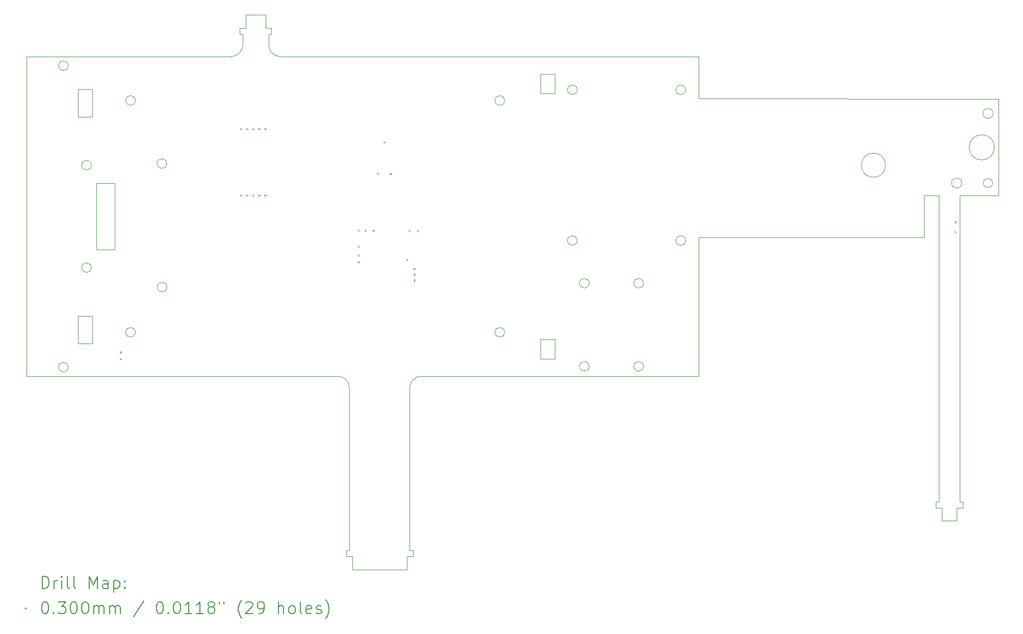
<source format=gbr>
%TF.GenerationSoftware,KiCad,Pcbnew,9.0.3*%
%TF.CreationDate,2025-09-09T23:24:03+03:00*%
%TF.ProjectId,Back,4261636b-2e6b-4696-9361-645f70636258,rev?*%
%TF.SameCoordinates,Original*%
%TF.FileFunction,Drillmap*%
%TF.FilePolarity,Positive*%
%FSLAX45Y45*%
G04 Gerber Fmt 4.5, Leading zero omitted, Abs format (unit mm)*
G04 Created by KiCad (PCBNEW 9.0.3) date 2025-09-09 23:24:03*
%MOMM*%
%LPD*%
G01*
G04 APERTURE LIST*
%ADD10C,0.050000*%
%ADD11C,0.010000*%
%ADD12C,0.200000*%
%ADD13C,0.100000*%
G04 APERTURE END LIST*
D10*
X20838000Y-7303000D02*
X20837000Y-7996000D01*
X17100000Y-5695000D02*
X22078000Y-5704000D01*
X22006586Y-6505000D02*
G75*
G02*
X21589414Y-6505000I-208586J0D01*
G01*
X21589414Y-6505000D02*
G75*
G02*
X22006586Y-6505000I208586J0D01*
G01*
X22077000Y-7304000D02*
X21434500Y-7304000D01*
X22078000Y-5704000D02*
X22077000Y-7304000D01*
X21083500Y-12381000D02*
X21083500Y-7303000D01*
X21465546Y-7097000D02*
G75*
G02*
X21298454Y-7097000I-83546J0D01*
G01*
X21298454Y-7097000D02*
G75*
G02*
X21465546Y-7097000I83546J0D01*
G01*
X21977000Y-7097000D02*
G75*
G02*
X21825000Y-7097000I-76000J0D01*
G01*
X21825000Y-7097000D02*
G75*
G02*
X21977000Y-7097000I76000J0D01*
G01*
X21434500Y-7304000D02*
X21434500Y-12381000D01*
X20838000Y-7303000D02*
X21083500Y-7303000D01*
X21985876Y-5942000D02*
G75*
G02*
X21816124Y-5942000I-84876J0D01*
G01*
X21816124Y-5942000D02*
G75*
G02*
X21985876Y-5942000I84876J0D01*
G01*
X20837000Y-7996000D02*
X17100000Y-7996000D01*
X17100000Y-5000000D02*
X17100000Y-5695000D01*
X9956000Y-4627000D02*
X9956000Y-4799026D01*
X6630000Y-10150000D02*
G75*
G02*
X6470000Y-10150000I-80000J0D01*
G01*
X6470000Y-10150000D02*
G75*
G02*
X6630000Y-10150000I80000J0D01*
G01*
X11300318Y-13188682D02*
X11300318Y-10499682D01*
X15280000Y-8758700D02*
G75*
G02*
X15120000Y-8758700I-80000J0D01*
G01*
X15120000Y-8758700D02*
G75*
G02*
X15280000Y-8758700I80000J0D01*
G01*
X7745000Y-9573000D02*
G75*
G02*
X7585000Y-9573000I-80000J0D01*
G01*
X7585000Y-9573000D02*
G75*
G02*
X7745000Y-9573000I80000J0D01*
G01*
X10155974Y-4999026D02*
G75*
G02*
X9956004Y-4799004I26J199996D01*
G01*
X15280000Y-10137500D02*
G75*
G02*
X15120000Y-10137500I-80000J0D01*
G01*
X15120000Y-10137500D02*
G75*
G02*
X15280000Y-10137500I80000J0D01*
G01*
X7014200Y-6800000D02*
G75*
G02*
X6854200Y-6800000I-80000J0D01*
G01*
X6854200Y-6800000D02*
G75*
G02*
X7014200Y-6800000I80000J0D01*
G01*
X9530000Y-4627000D02*
X9530000Y-4800000D01*
X14470000Y-9688000D02*
X14710000Y-9688000D01*
X14710000Y-10010000D01*
X14470000Y-10010000D01*
X14470000Y-9688000D01*
X16880000Y-5550000D02*
G75*
G02*
X16720000Y-5550000I-80000J0D01*
G01*
X16720000Y-5550000D02*
G75*
G02*
X16880000Y-5550000I80000J0D01*
G01*
X7014200Y-8500000D02*
G75*
G02*
X6854200Y-8500000I-80000J0D01*
G01*
X6854200Y-8500000D02*
G75*
G02*
X7014200Y-8500000I80000J0D01*
G01*
X5940000Y-5000000D02*
X9330000Y-5000000D01*
X12300000Y-13189000D02*
X12300000Y-10500000D01*
X7745000Y-5727000D02*
G75*
G02*
X7585000Y-5727000I-80000J0D01*
G01*
X7585000Y-5727000D02*
G75*
G02*
X7745000Y-5727000I80000J0D01*
G01*
X7100000Y-7100000D02*
X7400000Y-7100000D01*
X7400000Y-8200000D01*
X7100000Y-8200000D01*
X7100000Y-7100000D01*
X8267800Y-6773100D02*
G75*
G02*
X8107800Y-6773100I-80000J0D01*
G01*
X8107800Y-6773100D02*
G75*
G02*
X8267800Y-6773100I80000J0D01*
G01*
X13875000Y-5727000D02*
G75*
G02*
X13715000Y-5727000I-80000J0D01*
G01*
X13715000Y-5727000D02*
G75*
G02*
X13875000Y-5727000I80000J0D01*
G01*
X15080000Y-5550000D02*
G75*
G02*
X14920000Y-5550000I-80000J0D01*
G01*
X14920000Y-5550000D02*
G75*
G02*
X15080000Y-5550000I80000J0D01*
G01*
X16880000Y-8050000D02*
G75*
G02*
X16720000Y-8050000I-80000J0D01*
G01*
X16720000Y-8050000D02*
G75*
G02*
X16880000Y-8050000I80000J0D01*
G01*
X5940000Y-10300000D02*
X11100318Y-10300000D01*
X6630000Y-5150000D02*
G75*
G02*
X6470000Y-5150000I-80000J0D01*
G01*
X6470000Y-5150000D02*
G75*
G02*
X6630000Y-5150000I80000J0D01*
G01*
X15080000Y-8050000D02*
G75*
G02*
X14920000Y-8050000I-80000J0D01*
G01*
X14920000Y-8050000D02*
G75*
G02*
X15080000Y-8050000I80000J0D01*
G01*
X17100000Y-5000000D02*
X10156000Y-4999026D01*
X14470000Y-5292000D02*
X14710000Y-5292000D01*
X14710000Y-5612000D01*
X14470000Y-5612000D01*
X14470000Y-5292000D01*
X12499421Y-10300000D02*
X17100000Y-10300000D01*
X8267800Y-8823100D02*
G75*
G02*
X8107800Y-8823100I-80000J0D01*
G01*
X8107800Y-8823100D02*
G75*
G02*
X8267800Y-8823100I80000J0D01*
G01*
X11100318Y-10299682D02*
G75*
G02*
X11300318Y-10499682I2J-199998D01*
G01*
X6790000Y-5542000D02*
X7030000Y-5542000D01*
X7030000Y-6000000D01*
X6790000Y-6000000D01*
X6790000Y-5542000D01*
X16180000Y-10137500D02*
G75*
G02*
X16020000Y-10137500I-80000J0D01*
G01*
X16020000Y-10137500D02*
G75*
G02*
X16180000Y-10137500I80000J0D01*
G01*
X9530000Y-4800000D02*
G75*
G02*
X9330000Y-5000000I-200000J0D01*
G01*
X16180000Y-8758700D02*
G75*
G02*
X16020000Y-8758700I-80000J0D01*
G01*
X16020000Y-8758700D02*
G75*
G02*
X16180000Y-8758700I80000J0D01*
G01*
X5940000Y-5000000D02*
X5940000Y-10300000D01*
X12299421Y-10500000D02*
G75*
G02*
X12499421Y-10300001I199999J0D01*
G01*
X17100000Y-10300000D02*
X17100000Y-7996000D01*
X13875000Y-9573000D02*
G75*
G02*
X13715000Y-9573000I-80000J0D01*
G01*
X13715000Y-9573000D02*
G75*
G02*
X13875000Y-9573000I80000J0D01*
G01*
X6790000Y-9300000D02*
X7030000Y-9300000D01*
X7030000Y-9758000D01*
X6790000Y-9758000D01*
X6790000Y-9300000D01*
X21484500Y-12481000D02*
X21484500Y-12381000D01*
X21434500Y-12381000D02*
X21484500Y-12381000D01*
X21384500Y-12481000D02*
X21484500Y-12481000D01*
X21384000Y-12698000D02*
X21384000Y-12481000D01*
X21134000Y-12698000D02*
X21384000Y-12698000D01*
X21134000Y-12698000D02*
X21134000Y-12481000D01*
X21133500Y-12481000D02*
X21033500Y-12481000D01*
X21083500Y-12381000D02*
X21033500Y-12381000D01*
X21033500Y-12481000D02*
X21033500Y-12381000D01*
D11*
X20200000Y-6800000D02*
G75*
G02*
X19800000Y-6800000I-200000J0D01*
G01*
X19800000Y-6800000D02*
G75*
G02*
X20200000Y-6800000I200000J0D01*
G01*
D10*
X10006000Y-4527000D02*
X10006000Y-4627000D01*
X9956000Y-4627000D02*
X10006000Y-4627000D01*
X9906000Y-4527000D02*
X10006000Y-4527000D01*
X9905500Y-4310000D02*
X9905500Y-4527000D01*
X9905500Y-4310000D02*
X9580500Y-4310000D01*
X9580500Y-4310000D02*
X9580500Y-4527000D01*
X9580000Y-4527000D02*
X9480000Y-4527000D01*
X9530000Y-4627000D02*
X9480000Y-4627000D01*
X9480000Y-4527000D02*
X9480000Y-4627000D01*
X11246318Y-13288682D02*
X11246318Y-13188682D01*
X11300318Y-13188682D02*
X11246318Y-13188682D01*
X11346318Y-13288682D02*
X11246318Y-13288682D01*
X11346318Y-13505682D02*
X11346318Y-13288682D01*
X11346318Y-13505682D02*
X12254318Y-13505682D01*
X12254318Y-13288682D02*
X12354318Y-13288682D01*
X12254318Y-13505682D02*
X12254318Y-13288682D01*
X12300318Y-13188682D02*
X12354318Y-13188682D01*
X12354318Y-13288682D02*
X12354318Y-13188682D01*
D12*
D13*
X7485000Y-9887000D02*
X7515000Y-9917000D01*
X7515000Y-9887000D02*
X7485000Y-9917000D01*
X7485000Y-10003000D02*
X7515000Y-10033000D01*
X7515000Y-10003000D02*
X7485000Y-10033000D01*
X9485000Y-6185000D02*
X9515000Y-6215000D01*
X9515000Y-6185000D02*
X9485000Y-6215000D01*
X9485000Y-7285000D02*
X9515000Y-7315000D01*
X9515000Y-7285000D02*
X9485000Y-7315000D01*
X9585000Y-6185000D02*
X9615000Y-6215000D01*
X9615000Y-6185000D02*
X9585000Y-6215000D01*
X9585000Y-7285000D02*
X9615000Y-7315000D01*
X9615000Y-7285000D02*
X9585000Y-7315000D01*
X9685000Y-6185000D02*
X9715000Y-6215000D01*
X9715000Y-6185000D02*
X9685000Y-6215000D01*
X9685000Y-7285000D02*
X9715000Y-7315000D01*
X9715000Y-7285000D02*
X9685000Y-7315000D01*
X9785000Y-6185000D02*
X9815000Y-6215000D01*
X9815000Y-6185000D02*
X9785000Y-6215000D01*
X9785000Y-7285000D02*
X9815000Y-7315000D01*
X9815000Y-7285000D02*
X9785000Y-7315000D01*
X9885000Y-6185000D02*
X9915000Y-6215000D01*
X9915000Y-6185000D02*
X9885000Y-6215000D01*
X9885000Y-7285000D02*
X9915000Y-7315000D01*
X9915000Y-7285000D02*
X9885000Y-7315000D01*
X11433000Y-7865000D02*
X11463000Y-7895000D01*
X11463000Y-7865000D02*
X11433000Y-7895000D01*
X11434713Y-8393287D02*
X11464713Y-8423287D01*
X11464713Y-8393287D02*
X11434713Y-8423287D01*
X11435000Y-8134000D02*
X11465000Y-8164000D01*
X11465000Y-8134000D02*
X11435000Y-8164000D01*
X11435000Y-8279000D02*
X11465000Y-8309000D01*
X11465000Y-8279000D02*
X11435000Y-8309000D01*
X11550000Y-7869000D02*
X11580000Y-7899000D01*
X11580000Y-7869000D02*
X11550000Y-7899000D01*
X11679000Y-7869000D02*
X11709000Y-7899000D01*
X11709000Y-7869000D02*
X11679000Y-7899000D01*
X11756000Y-6925000D02*
X11786000Y-6955000D01*
X11786000Y-6925000D02*
X11756000Y-6955000D01*
X11862000Y-6403000D02*
X11892000Y-6433000D01*
X11892000Y-6403000D02*
X11862000Y-6433000D01*
X11970000Y-6927000D02*
X12000000Y-6957000D01*
X12000000Y-6927000D02*
X11970000Y-6957000D01*
X12243000Y-8352000D02*
X12273000Y-8382000D01*
X12273000Y-8352000D02*
X12243000Y-8382000D01*
X12283000Y-7875000D02*
X12313000Y-7905000D01*
X12313000Y-7875000D02*
X12283000Y-7905000D01*
X12359000Y-8505000D02*
X12389000Y-8535000D01*
X12389000Y-8505000D02*
X12359000Y-8535000D01*
X12362000Y-8602000D02*
X12392000Y-8632000D01*
X12392000Y-8602000D02*
X12362000Y-8632000D01*
X12363000Y-8694000D02*
X12393000Y-8724000D01*
X12393000Y-8694000D02*
X12363000Y-8724000D01*
X12418000Y-7873000D02*
X12448000Y-7903000D01*
X12448000Y-7873000D02*
X12418000Y-7903000D01*
X21343000Y-7888000D02*
X21373000Y-7918000D01*
X21373000Y-7888000D02*
X21343000Y-7918000D01*
X21345000Y-7730000D02*
X21375000Y-7760000D01*
X21375000Y-7730000D02*
X21345000Y-7760000D01*
D12*
X6198277Y-13819665D02*
X6198277Y-13619665D01*
X6198277Y-13619665D02*
X6245896Y-13619665D01*
X6245896Y-13619665D02*
X6274467Y-13629189D01*
X6274467Y-13629189D02*
X6293515Y-13648237D01*
X6293515Y-13648237D02*
X6303039Y-13667284D01*
X6303039Y-13667284D02*
X6312562Y-13705380D01*
X6312562Y-13705380D02*
X6312562Y-13733951D01*
X6312562Y-13733951D02*
X6303039Y-13772046D01*
X6303039Y-13772046D02*
X6293515Y-13791094D01*
X6293515Y-13791094D02*
X6274467Y-13810142D01*
X6274467Y-13810142D02*
X6245896Y-13819665D01*
X6245896Y-13819665D02*
X6198277Y-13819665D01*
X6398277Y-13819665D02*
X6398277Y-13686332D01*
X6398277Y-13724427D02*
X6407801Y-13705380D01*
X6407801Y-13705380D02*
X6417324Y-13695856D01*
X6417324Y-13695856D02*
X6436372Y-13686332D01*
X6436372Y-13686332D02*
X6455420Y-13686332D01*
X6522086Y-13819665D02*
X6522086Y-13686332D01*
X6522086Y-13619665D02*
X6512562Y-13629189D01*
X6512562Y-13629189D02*
X6522086Y-13638713D01*
X6522086Y-13638713D02*
X6531610Y-13629189D01*
X6531610Y-13629189D02*
X6522086Y-13619665D01*
X6522086Y-13619665D02*
X6522086Y-13638713D01*
X6645896Y-13819665D02*
X6626848Y-13810142D01*
X6626848Y-13810142D02*
X6617324Y-13791094D01*
X6617324Y-13791094D02*
X6617324Y-13619665D01*
X6750658Y-13819665D02*
X6731610Y-13810142D01*
X6731610Y-13810142D02*
X6722086Y-13791094D01*
X6722086Y-13791094D02*
X6722086Y-13619665D01*
X6979229Y-13819665D02*
X6979229Y-13619665D01*
X6979229Y-13619665D02*
X7045896Y-13762523D01*
X7045896Y-13762523D02*
X7112562Y-13619665D01*
X7112562Y-13619665D02*
X7112562Y-13819665D01*
X7293515Y-13819665D02*
X7293515Y-13714904D01*
X7293515Y-13714904D02*
X7283991Y-13695856D01*
X7283991Y-13695856D02*
X7264943Y-13686332D01*
X7264943Y-13686332D02*
X7226848Y-13686332D01*
X7226848Y-13686332D02*
X7207801Y-13695856D01*
X7293515Y-13810142D02*
X7274467Y-13819665D01*
X7274467Y-13819665D02*
X7226848Y-13819665D01*
X7226848Y-13819665D02*
X7207801Y-13810142D01*
X7207801Y-13810142D02*
X7198277Y-13791094D01*
X7198277Y-13791094D02*
X7198277Y-13772046D01*
X7198277Y-13772046D02*
X7207801Y-13752999D01*
X7207801Y-13752999D02*
X7226848Y-13743475D01*
X7226848Y-13743475D02*
X7274467Y-13743475D01*
X7274467Y-13743475D02*
X7293515Y-13733951D01*
X7388753Y-13686332D02*
X7388753Y-13886332D01*
X7388753Y-13695856D02*
X7407801Y-13686332D01*
X7407801Y-13686332D02*
X7445896Y-13686332D01*
X7445896Y-13686332D02*
X7464943Y-13695856D01*
X7464943Y-13695856D02*
X7474467Y-13705380D01*
X7474467Y-13705380D02*
X7483991Y-13724427D01*
X7483991Y-13724427D02*
X7483991Y-13781570D01*
X7483991Y-13781570D02*
X7474467Y-13800618D01*
X7474467Y-13800618D02*
X7464943Y-13810142D01*
X7464943Y-13810142D02*
X7445896Y-13819665D01*
X7445896Y-13819665D02*
X7407801Y-13819665D01*
X7407801Y-13819665D02*
X7388753Y-13810142D01*
X7569705Y-13800618D02*
X7579229Y-13810142D01*
X7579229Y-13810142D02*
X7569705Y-13819665D01*
X7569705Y-13819665D02*
X7560182Y-13810142D01*
X7560182Y-13810142D02*
X7569705Y-13800618D01*
X7569705Y-13800618D02*
X7569705Y-13819665D01*
X7569705Y-13695856D02*
X7579229Y-13705380D01*
X7579229Y-13705380D02*
X7569705Y-13714904D01*
X7569705Y-13714904D02*
X7560182Y-13705380D01*
X7560182Y-13705380D02*
X7569705Y-13695856D01*
X7569705Y-13695856D02*
X7569705Y-13714904D01*
D13*
X5907500Y-14133182D02*
X5937500Y-14163182D01*
X5937500Y-14133182D02*
X5907500Y-14163182D01*
D12*
X6236372Y-14039665D02*
X6255420Y-14039665D01*
X6255420Y-14039665D02*
X6274467Y-14049189D01*
X6274467Y-14049189D02*
X6283991Y-14058713D01*
X6283991Y-14058713D02*
X6293515Y-14077761D01*
X6293515Y-14077761D02*
X6303039Y-14115856D01*
X6303039Y-14115856D02*
X6303039Y-14163475D01*
X6303039Y-14163475D02*
X6293515Y-14201570D01*
X6293515Y-14201570D02*
X6283991Y-14220618D01*
X6283991Y-14220618D02*
X6274467Y-14230142D01*
X6274467Y-14230142D02*
X6255420Y-14239665D01*
X6255420Y-14239665D02*
X6236372Y-14239665D01*
X6236372Y-14239665D02*
X6217324Y-14230142D01*
X6217324Y-14230142D02*
X6207801Y-14220618D01*
X6207801Y-14220618D02*
X6198277Y-14201570D01*
X6198277Y-14201570D02*
X6188753Y-14163475D01*
X6188753Y-14163475D02*
X6188753Y-14115856D01*
X6188753Y-14115856D02*
X6198277Y-14077761D01*
X6198277Y-14077761D02*
X6207801Y-14058713D01*
X6207801Y-14058713D02*
X6217324Y-14049189D01*
X6217324Y-14049189D02*
X6236372Y-14039665D01*
X6388753Y-14220618D02*
X6398277Y-14230142D01*
X6398277Y-14230142D02*
X6388753Y-14239665D01*
X6388753Y-14239665D02*
X6379229Y-14230142D01*
X6379229Y-14230142D02*
X6388753Y-14220618D01*
X6388753Y-14220618D02*
X6388753Y-14239665D01*
X6464943Y-14039665D02*
X6588753Y-14039665D01*
X6588753Y-14039665D02*
X6522086Y-14115856D01*
X6522086Y-14115856D02*
X6550658Y-14115856D01*
X6550658Y-14115856D02*
X6569705Y-14125380D01*
X6569705Y-14125380D02*
X6579229Y-14134904D01*
X6579229Y-14134904D02*
X6588753Y-14153951D01*
X6588753Y-14153951D02*
X6588753Y-14201570D01*
X6588753Y-14201570D02*
X6579229Y-14220618D01*
X6579229Y-14220618D02*
X6569705Y-14230142D01*
X6569705Y-14230142D02*
X6550658Y-14239665D01*
X6550658Y-14239665D02*
X6493515Y-14239665D01*
X6493515Y-14239665D02*
X6474467Y-14230142D01*
X6474467Y-14230142D02*
X6464943Y-14220618D01*
X6712562Y-14039665D02*
X6731610Y-14039665D01*
X6731610Y-14039665D02*
X6750658Y-14049189D01*
X6750658Y-14049189D02*
X6760182Y-14058713D01*
X6760182Y-14058713D02*
X6769705Y-14077761D01*
X6769705Y-14077761D02*
X6779229Y-14115856D01*
X6779229Y-14115856D02*
X6779229Y-14163475D01*
X6779229Y-14163475D02*
X6769705Y-14201570D01*
X6769705Y-14201570D02*
X6760182Y-14220618D01*
X6760182Y-14220618D02*
X6750658Y-14230142D01*
X6750658Y-14230142D02*
X6731610Y-14239665D01*
X6731610Y-14239665D02*
X6712562Y-14239665D01*
X6712562Y-14239665D02*
X6693515Y-14230142D01*
X6693515Y-14230142D02*
X6683991Y-14220618D01*
X6683991Y-14220618D02*
X6674467Y-14201570D01*
X6674467Y-14201570D02*
X6664943Y-14163475D01*
X6664943Y-14163475D02*
X6664943Y-14115856D01*
X6664943Y-14115856D02*
X6674467Y-14077761D01*
X6674467Y-14077761D02*
X6683991Y-14058713D01*
X6683991Y-14058713D02*
X6693515Y-14049189D01*
X6693515Y-14049189D02*
X6712562Y-14039665D01*
X6903039Y-14039665D02*
X6922086Y-14039665D01*
X6922086Y-14039665D02*
X6941134Y-14049189D01*
X6941134Y-14049189D02*
X6950658Y-14058713D01*
X6950658Y-14058713D02*
X6960182Y-14077761D01*
X6960182Y-14077761D02*
X6969705Y-14115856D01*
X6969705Y-14115856D02*
X6969705Y-14163475D01*
X6969705Y-14163475D02*
X6960182Y-14201570D01*
X6960182Y-14201570D02*
X6950658Y-14220618D01*
X6950658Y-14220618D02*
X6941134Y-14230142D01*
X6941134Y-14230142D02*
X6922086Y-14239665D01*
X6922086Y-14239665D02*
X6903039Y-14239665D01*
X6903039Y-14239665D02*
X6883991Y-14230142D01*
X6883991Y-14230142D02*
X6874467Y-14220618D01*
X6874467Y-14220618D02*
X6864943Y-14201570D01*
X6864943Y-14201570D02*
X6855420Y-14163475D01*
X6855420Y-14163475D02*
X6855420Y-14115856D01*
X6855420Y-14115856D02*
X6864943Y-14077761D01*
X6864943Y-14077761D02*
X6874467Y-14058713D01*
X6874467Y-14058713D02*
X6883991Y-14049189D01*
X6883991Y-14049189D02*
X6903039Y-14039665D01*
X7055420Y-14239665D02*
X7055420Y-14106332D01*
X7055420Y-14125380D02*
X7064943Y-14115856D01*
X7064943Y-14115856D02*
X7083991Y-14106332D01*
X7083991Y-14106332D02*
X7112563Y-14106332D01*
X7112563Y-14106332D02*
X7131610Y-14115856D01*
X7131610Y-14115856D02*
X7141134Y-14134904D01*
X7141134Y-14134904D02*
X7141134Y-14239665D01*
X7141134Y-14134904D02*
X7150658Y-14115856D01*
X7150658Y-14115856D02*
X7169705Y-14106332D01*
X7169705Y-14106332D02*
X7198277Y-14106332D01*
X7198277Y-14106332D02*
X7217324Y-14115856D01*
X7217324Y-14115856D02*
X7226848Y-14134904D01*
X7226848Y-14134904D02*
X7226848Y-14239665D01*
X7322086Y-14239665D02*
X7322086Y-14106332D01*
X7322086Y-14125380D02*
X7331610Y-14115856D01*
X7331610Y-14115856D02*
X7350658Y-14106332D01*
X7350658Y-14106332D02*
X7379229Y-14106332D01*
X7379229Y-14106332D02*
X7398277Y-14115856D01*
X7398277Y-14115856D02*
X7407801Y-14134904D01*
X7407801Y-14134904D02*
X7407801Y-14239665D01*
X7407801Y-14134904D02*
X7417324Y-14115856D01*
X7417324Y-14115856D02*
X7436372Y-14106332D01*
X7436372Y-14106332D02*
X7464943Y-14106332D01*
X7464943Y-14106332D02*
X7483991Y-14115856D01*
X7483991Y-14115856D02*
X7493515Y-14134904D01*
X7493515Y-14134904D02*
X7493515Y-14239665D01*
X7883991Y-14030142D02*
X7712563Y-14287284D01*
X8141134Y-14039665D02*
X8160182Y-14039665D01*
X8160182Y-14039665D02*
X8179229Y-14049189D01*
X8179229Y-14049189D02*
X8188753Y-14058713D01*
X8188753Y-14058713D02*
X8198277Y-14077761D01*
X8198277Y-14077761D02*
X8207801Y-14115856D01*
X8207801Y-14115856D02*
X8207801Y-14163475D01*
X8207801Y-14163475D02*
X8198277Y-14201570D01*
X8198277Y-14201570D02*
X8188753Y-14220618D01*
X8188753Y-14220618D02*
X8179229Y-14230142D01*
X8179229Y-14230142D02*
X8160182Y-14239665D01*
X8160182Y-14239665D02*
X8141134Y-14239665D01*
X8141134Y-14239665D02*
X8122086Y-14230142D01*
X8122086Y-14230142D02*
X8112563Y-14220618D01*
X8112563Y-14220618D02*
X8103039Y-14201570D01*
X8103039Y-14201570D02*
X8093515Y-14163475D01*
X8093515Y-14163475D02*
X8093515Y-14115856D01*
X8093515Y-14115856D02*
X8103039Y-14077761D01*
X8103039Y-14077761D02*
X8112563Y-14058713D01*
X8112563Y-14058713D02*
X8122086Y-14049189D01*
X8122086Y-14049189D02*
X8141134Y-14039665D01*
X8293515Y-14220618D02*
X8303039Y-14230142D01*
X8303039Y-14230142D02*
X8293515Y-14239665D01*
X8293515Y-14239665D02*
X8283991Y-14230142D01*
X8283991Y-14230142D02*
X8293515Y-14220618D01*
X8293515Y-14220618D02*
X8293515Y-14239665D01*
X8426848Y-14039665D02*
X8445896Y-14039665D01*
X8445896Y-14039665D02*
X8464944Y-14049189D01*
X8464944Y-14049189D02*
X8474468Y-14058713D01*
X8474468Y-14058713D02*
X8483991Y-14077761D01*
X8483991Y-14077761D02*
X8493515Y-14115856D01*
X8493515Y-14115856D02*
X8493515Y-14163475D01*
X8493515Y-14163475D02*
X8483991Y-14201570D01*
X8483991Y-14201570D02*
X8474468Y-14220618D01*
X8474468Y-14220618D02*
X8464944Y-14230142D01*
X8464944Y-14230142D02*
X8445896Y-14239665D01*
X8445896Y-14239665D02*
X8426848Y-14239665D01*
X8426848Y-14239665D02*
X8407801Y-14230142D01*
X8407801Y-14230142D02*
X8398277Y-14220618D01*
X8398277Y-14220618D02*
X8388753Y-14201570D01*
X8388753Y-14201570D02*
X8379229Y-14163475D01*
X8379229Y-14163475D02*
X8379229Y-14115856D01*
X8379229Y-14115856D02*
X8388753Y-14077761D01*
X8388753Y-14077761D02*
X8398277Y-14058713D01*
X8398277Y-14058713D02*
X8407801Y-14049189D01*
X8407801Y-14049189D02*
X8426848Y-14039665D01*
X8683991Y-14239665D02*
X8569706Y-14239665D01*
X8626848Y-14239665D02*
X8626848Y-14039665D01*
X8626848Y-14039665D02*
X8607801Y-14068237D01*
X8607801Y-14068237D02*
X8588753Y-14087284D01*
X8588753Y-14087284D02*
X8569706Y-14096808D01*
X8874468Y-14239665D02*
X8760182Y-14239665D01*
X8817325Y-14239665D02*
X8817325Y-14039665D01*
X8817325Y-14039665D02*
X8798277Y-14068237D01*
X8798277Y-14068237D02*
X8779229Y-14087284D01*
X8779229Y-14087284D02*
X8760182Y-14096808D01*
X8988753Y-14125380D02*
X8969706Y-14115856D01*
X8969706Y-14115856D02*
X8960182Y-14106332D01*
X8960182Y-14106332D02*
X8950658Y-14087284D01*
X8950658Y-14087284D02*
X8950658Y-14077761D01*
X8950658Y-14077761D02*
X8960182Y-14058713D01*
X8960182Y-14058713D02*
X8969706Y-14049189D01*
X8969706Y-14049189D02*
X8988753Y-14039665D01*
X8988753Y-14039665D02*
X9026849Y-14039665D01*
X9026849Y-14039665D02*
X9045896Y-14049189D01*
X9045896Y-14049189D02*
X9055420Y-14058713D01*
X9055420Y-14058713D02*
X9064944Y-14077761D01*
X9064944Y-14077761D02*
X9064944Y-14087284D01*
X9064944Y-14087284D02*
X9055420Y-14106332D01*
X9055420Y-14106332D02*
X9045896Y-14115856D01*
X9045896Y-14115856D02*
X9026849Y-14125380D01*
X9026849Y-14125380D02*
X8988753Y-14125380D01*
X8988753Y-14125380D02*
X8969706Y-14134904D01*
X8969706Y-14134904D02*
X8960182Y-14144427D01*
X8960182Y-14144427D02*
X8950658Y-14163475D01*
X8950658Y-14163475D02*
X8950658Y-14201570D01*
X8950658Y-14201570D02*
X8960182Y-14220618D01*
X8960182Y-14220618D02*
X8969706Y-14230142D01*
X8969706Y-14230142D02*
X8988753Y-14239665D01*
X8988753Y-14239665D02*
X9026849Y-14239665D01*
X9026849Y-14239665D02*
X9045896Y-14230142D01*
X9045896Y-14230142D02*
X9055420Y-14220618D01*
X9055420Y-14220618D02*
X9064944Y-14201570D01*
X9064944Y-14201570D02*
X9064944Y-14163475D01*
X9064944Y-14163475D02*
X9055420Y-14144427D01*
X9055420Y-14144427D02*
X9045896Y-14134904D01*
X9045896Y-14134904D02*
X9026849Y-14125380D01*
X9141134Y-14039665D02*
X9141134Y-14077761D01*
X9217325Y-14039665D02*
X9217325Y-14077761D01*
X9512563Y-14315856D02*
X9503039Y-14306332D01*
X9503039Y-14306332D02*
X9483991Y-14277761D01*
X9483991Y-14277761D02*
X9474468Y-14258713D01*
X9474468Y-14258713D02*
X9464944Y-14230142D01*
X9464944Y-14230142D02*
X9455420Y-14182523D01*
X9455420Y-14182523D02*
X9455420Y-14144427D01*
X9455420Y-14144427D02*
X9464944Y-14096808D01*
X9464944Y-14096808D02*
X9474468Y-14068237D01*
X9474468Y-14068237D02*
X9483991Y-14049189D01*
X9483991Y-14049189D02*
X9503039Y-14020618D01*
X9503039Y-14020618D02*
X9512563Y-14011094D01*
X9579230Y-14058713D02*
X9588753Y-14049189D01*
X9588753Y-14049189D02*
X9607801Y-14039665D01*
X9607801Y-14039665D02*
X9655420Y-14039665D01*
X9655420Y-14039665D02*
X9674468Y-14049189D01*
X9674468Y-14049189D02*
X9683991Y-14058713D01*
X9683991Y-14058713D02*
X9693515Y-14077761D01*
X9693515Y-14077761D02*
X9693515Y-14096808D01*
X9693515Y-14096808D02*
X9683991Y-14125380D01*
X9683991Y-14125380D02*
X9569706Y-14239665D01*
X9569706Y-14239665D02*
X9693515Y-14239665D01*
X9788753Y-14239665D02*
X9826849Y-14239665D01*
X9826849Y-14239665D02*
X9845896Y-14230142D01*
X9845896Y-14230142D02*
X9855420Y-14220618D01*
X9855420Y-14220618D02*
X9874468Y-14192046D01*
X9874468Y-14192046D02*
X9883991Y-14153951D01*
X9883991Y-14153951D02*
X9883991Y-14077761D01*
X9883991Y-14077761D02*
X9874468Y-14058713D01*
X9874468Y-14058713D02*
X9864944Y-14049189D01*
X9864944Y-14049189D02*
X9845896Y-14039665D01*
X9845896Y-14039665D02*
X9807801Y-14039665D01*
X9807801Y-14039665D02*
X9788753Y-14049189D01*
X9788753Y-14049189D02*
X9779230Y-14058713D01*
X9779230Y-14058713D02*
X9769706Y-14077761D01*
X9769706Y-14077761D02*
X9769706Y-14125380D01*
X9769706Y-14125380D02*
X9779230Y-14144427D01*
X9779230Y-14144427D02*
X9788753Y-14153951D01*
X9788753Y-14153951D02*
X9807801Y-14163475D01*
X9807801Y-14163475D02*
X9845896Y-14163475D01*
X9845896Y-14163475D02*
X9864944Y-14153951D01*
X9864944Y-14153951D02*
X9874468Y-14144427D01*
X9874468Y-14144427D02*
X9883991Y-14125380D01*
X10122087Y-14239665D02*
X10122087Y-14039665D01*
X10207801Y-14239665D02*
X10207801Y-14134904D01*
X10207801Y-14134904D02*
X10198277Y-14115856D01*
X10198277Y-14115856D02*
X10179230Y-14106332D01*
X10179230Y-14106332D02*
X10150658Y-14106332D01*
X10150658Y-14106332D02*
X10131611Y-14115856D01*
X10131611Y-14115856D02*
X10122087Y-14125380D01*
X10331611Y-14239665D02*
X10312563Y-14230142D01*
X10312563Y-14230142D02*
X10303039Y-14220618D01*
X10303039Y-14220618D02*
X10293515Y-14201570D01*
X10293515Y-14201570D02*
X10293515Y-14144427D01*
X10293515Y-14144427D02*
X10303039Y-14125380D01*
X10303039Y-14125380D02*
X10312563Y-14115856D01*
X10312563Y-14115856D02*
X10331611Y-14106332D01*
X10331611Y-14106332D02*
X10360182Y-14106332D01*
X10360182Y-14106332D02*
X10379230Y-14115856D01*
X10379230Y-14115856D02*
X10388753Y-14125380D01*
X10388753Y-14125380D02*
X10398277Y-14144427D01*
X10398277Y-14144427D02*
X10398277Y-14201570D01*
X10398277Y-14201570D02*
X10388753Y-14220618D01*
X10388753Y-14220618D02*
X10379230Y-14230142D01*
X10379230Y-14230142D02*
X10360182Y-14239665D01*
X10360182Y-14239665D02*
X10331611Y-14239665D01*
X10512563Y-14239665D02*
X10493515Y-14230142D01*
X10493515Y-14230142D02*
X10483992Y-14211094D01*
X10483992Y-14211094D02*
X10483992Y-14039665D01*
X10664944Y-14230142D02*
X10645896Y-14239665D01*
X10645896Y-14239665D02*
X10607801Y-14239665D01*
X10607801Y-14239665D02*
X10588753Y-14230142D01*
X10588753Y-14230142D02*
X10579230Y-14211094D01*
X10579230Y-14211094D02*
X10579230Y-14134904D01*
X10579230Y-14134904D02*
X10588753Y-14115856D01*
X10588753Y-14115856D02*
X10607801Y-14106332D01*
X10607801Y-14106332D02*
X10645896Y-14106332D01*
X10645896Y-14106332D02*
X10664944Y-14115856D01*
X10664944Y-14115856D02*
X10674468Y-14134904D01*
X10674468Y-14134904D02*
X10674468Y-14153951D01*
X10674468Y-14153951D02*
X10579230Y-14172999D01*
X10750658Y-14230142D02*
X10769706Y-14239665D01*
X10769706Y-14239665D02*
X10807801Y-14239665D01*
X10807801Y-14239665D02*
X10826849Y-14230142D01*
X10826849Y-14230142D02*
X10836373Y-14211094D01*
X10836373Y-14211094D02*
X10836373Y-14201570D01*
X10836373Y-14201570D02*
X10826849Y-14182523D01*
X10826849Y-14182523D02*
X10807801Y-14172999D01*
X10807801Y-14172999D02*
X10779230Y-14172999D01*
X10779230Y-14172999D02*
X10760182Y-14163475D01*
X10760182Y-14163475D02*
X10750658Y-14144427D01*
X10750658Y-14144427D02*
X10750658Y-14134904D01*
X10750658Y-14134904D02*
X10760182Y-14115856D01*
X10760182Y-14115856D02*
X10779230Y-14106332D01*
X10779230Y-14106332D02*
X10807801Y-14106332D01*
X10807801Y-14106332D02*
X10826849Y-14115856D01*
X10903039Y-14315856D02*
X10912563Y-14306332D01*
X10912563Y-14306332D02*
X10931611Y-14277761D01*
X10931611Y-14277761D02*
X10941134Y-14258713D01*
X10941134Y-14258713D02*
X10950658Y-14230142D01*
X10950658Y-14230142D02*
X10960182Y-14182523D01*
X10960182Y-14182523D02*
X10960182Y-14144427D01*
X10960182Y-14144427D02*
X10950658Y-14096808D01*
X10950658Y-14096808D02*
X10941134Y-14068237D01*
X10941134Y-14068237D02*
X10931611Y-14049189D01*
X10931611Y-14049189D02*
X10912563Y-14020618D01*
X10912563Y-14020618D02*
X10903039Y-14011094D01*
M02*

</source>
